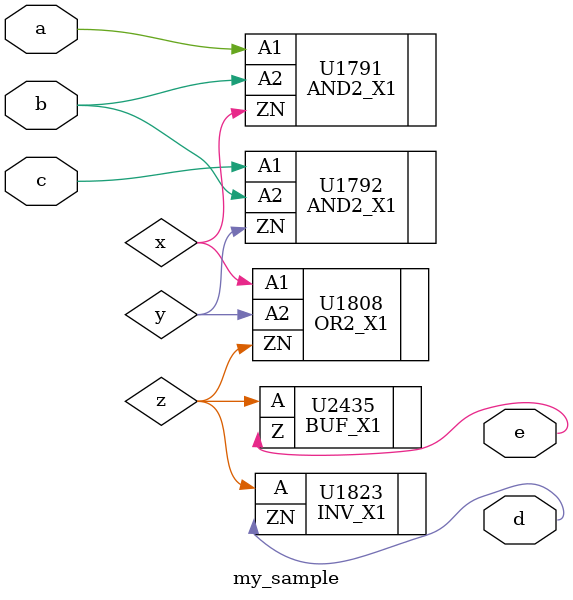
<source format=v>
module my_sample (a,b,c,d,e);
input a, b, c;
output d, e;
wire x,y,z;
AND2_X1 U1791 ( .A1(a), .A2(b), .ZN(x) );
AND2_X1 U1792 ( .A1(c), .A2(b), .ZN(y) );
OR2_X1 U1808 ( .A1(x), .A2(y), .ZN(z) );
INV_X1 U1823 ( .A(z), .ZN(d) );
BUF_X1 U2435 ( .A(z), .Z(e) );
endmodule

</source>
